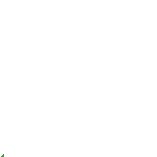
<source format=gbr>
%FSLAX34Y34*%%MOIN*%%AMOUTLINE*4,1,3,0,0,0,0.5,0.5,0.5,0,0,180*%%ADD10OUTLINE*%D10*X0Y0D03*M02*
</source>
